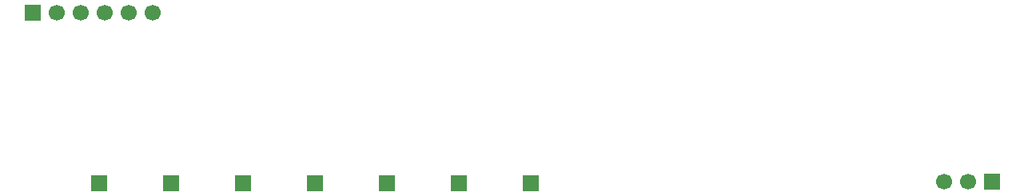
<source format=gbr>
%TF.GenerationSoftware,KiCad,Pcbnew,9.0.2*%
%TF.CreationDate,2025-08-03T14:59:52-04:00*%
%TF.ProjectId,SGTC_Center,53475443-5f43-4656-9e74-65722e6b6963,rev?*%
%TF.SameCoordinates,Original*%
%TF.FileFunction,Soldermask,Bot*%
%TF.FilePolarity,Negative*%
%FSLAX46Y46*%
G04 Gerber Fmt 4.6, Leading zero omitted, Abs format (unit mm)*
G04 Created by KiCad (PCBNEW 9.0.2) date 2025-08-03 14:59:52*
%MOMM*%
%LPD*%
G01*
G04 APERTURE LIST*
%ADD10R,1.700000X1.700000*%
%ADD11C,1.700000*%
G04 APERTURE END LIST*
D10*
%TO.C,J4*%
X156210000Y-120650000D03*
%TD*%
%TO.C,J8*%
X125730000Y-120650000D03*
%TD*%
%TO.C,J9*%
X118110000Y-120650000D03*
%TD*%
%TO.C,J1*%
X111050000Y-102500000D03*
D11*
X113590000Y-102500000D03*
X116130000Y-102500000D03*
X118670000Y-102500000D03*
X121210000Y-102500000D03*
X123750000Y-102500000D03*
%TD*%
D10*
%TO.C,J3*%
X212680000Y-120500000D03*
D11*
X210140000Y-120500000D03*
X207600000Y-120500000D03*
%TD*%
D10*
%TO.C,J7*%
X133350000Y-120650000D03*
%TD*%
%TO.C,J5*%
X148590000Y-120650000D03*
%TD*%
%TO.C,J6*%
X140970000Y-120650000D03*
%TD*%
%TO.C,J2*%
X163830000Y-120650000D03*
%TD*%
M02*

</source>
